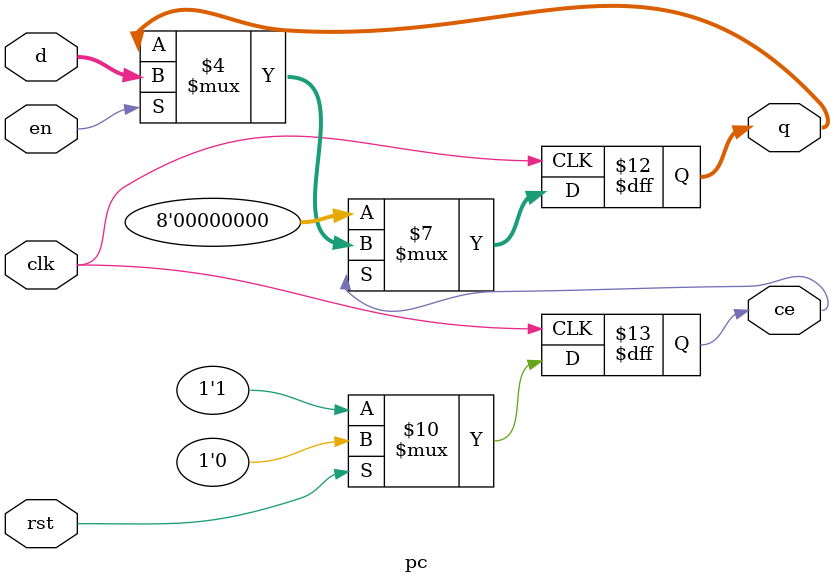
<source format=v>
`timescale 1ns / 1ps


module pc #(parameter WIDTH = 8)(
	input wire clk,rst,en,
	input wire[WIDTH-1:0] d,
	output reg[WIDTH-1:0] q,
	output reg ce
    );
	always @(posedge clk) begin
		if(rst) begin
		    ce<=0;
		end
	    else begin ce<=1;end
	end
	always @(posedge clk) begin
	   if(~ce) begin
			q <= 32'hbfc00000;
		end
        else if(en) begin
                q <= d;
        end
    end
endmodule
</source>
